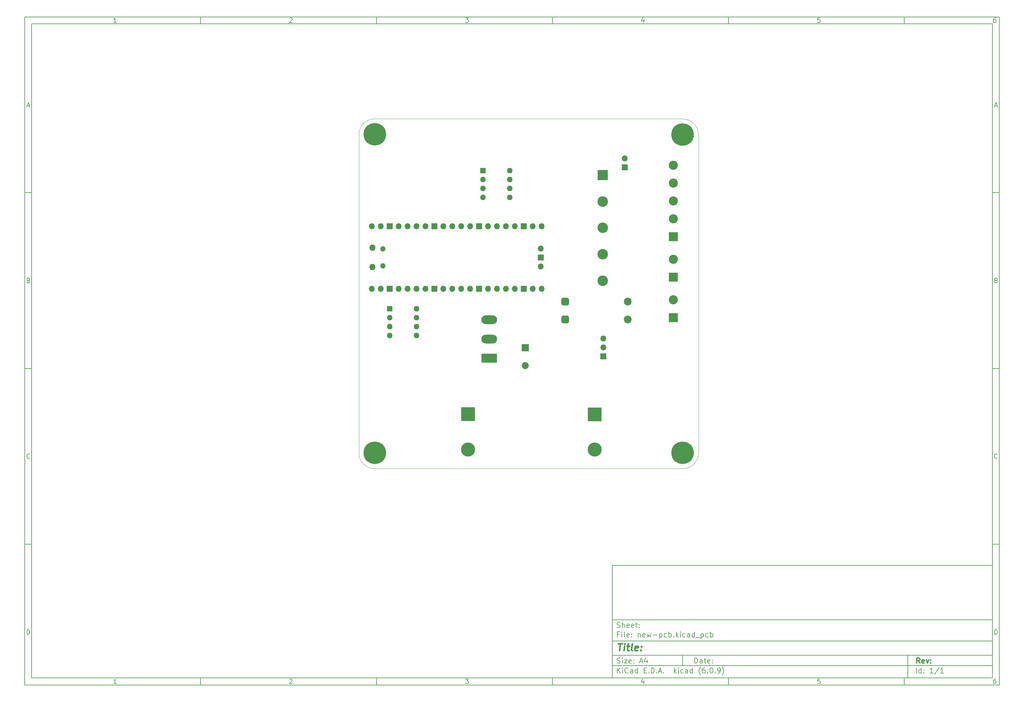
<source format=gbr>
%TF.GenerationSoftware,KiCad,Pcbnew,(6.0.9)*%
%TF.CreationDate,2022-12-24T03:55:53+03:00*%
%TF.ProjectId,new-pcb,6e65772d-7063-4622-9e6b-696361645f70,rev?*%
%TF.SameCoordinates,Original*%
%TF.FileFunction,Soldermask,Bot*%
%TF.FilePolarity,Negative*%
%FSLAX46Y46*%
G04 Gerber Fmt 4.6, Leading zero omitted, Abs format (unit mm)*
G04 Created by KiCad (PCBNEW (6.0.9)) date 2022-12-24 03:55:53*
%MOMM*%
%LPD*%
G01*
G04 APERTURE LIST*
G04 Aperture macros list*
%AMRoundRect*
0 Rectangle with rounded corners*
0 $1 Rounding radius*
0 $2 $3 $4 $5 $6 $7 $8 $9 X,Y pos of 4 corners*
0 Add a 4 corners polygon primitive as box body*
4,1,4,$2,$3,$4,$5,$6,$7,$8,$9,$2,$3,0*
0 Add four circle primitives for the rounded corners*
1,1,$1+$1,$2,$3*
1,1,$1+$1,$4,$5*
1,1,$1+$1,$6,$7*
1,1,$1+$1,$8,$9*
0 Add four rect primitives between the rounded corners*
20,1,$1+$1,$2,$3,$4,$5,0*
20,1,$1+$1,$4,$5,$6,$7,0*
20,1,$1+$1,$6,$7,$8,$9,0*
20,1,$1+$1,$8,$9,$2,$3,0*%
G04 Aperture macros list end*
%ADD10C,0.100000*%
%ADD11C,0.150000*%
%ADD12C,0.300000*%
%ADD13C,0.400000*%
%TA.AperFunction,Profile*%
%ADD14C,0.100000*%
%TD*%
%ADD15R,2.600000X2.600000*%
%ADD16C,2.600000*%
%ADD17O,4.500000X2.500000*%
%ADD18R,4.500000X2.500000*%
%ADD19R,2.000000X2.000000*%
%ADD20O,2.000000X2.000000*%
%ADD21R,1.700000X1.700000*%
%ADD22O,1.700000X1.700000*%
%ADD23C,6.400000*%
%ADD24R,4.000000X4.000000*%
%ADD25C,4.000000*%
%ADD26O,1.800000X1.800000*%
%ADD27O,1.500000X1.500000*%
%ADD28C,2.200000*%
%ADD29RoundRect,0.550000X-0.550000X-0.550000X0.550000X-0.550000X0.550000X0.550000X-0.550000X0.550000X0*%
%ADD30O,1.600000X1.600000*%
%ADD31R,1.600000X1.600000*%
%ADD32C,3.000000*%
%ADD33R,3.000000X3.000000*%
G04 APERTURE END LIST*
D10*
D11*
X177002200Y-166007200D02*
X177002200Y-198007200D01*
X285002200Y-198007200D01*
X285002200Y-166007200D01*
X177002200Y-166007200D01*
D10*
D11*
X10000000Y-10000000D02*
X10000000Y-200007200D01*
X287002200Y-200007200D01*
X287002200Y-10000000D01*
X10000000Y-10000000D01*
D10*
D11*
X12000000Y-12000000D02*
X12000000Y-198007200D01*
X285002200Y-198007200D01*
X285002200Y-12000000D01*
X12000000Y-12000000D01*
D10*
D11*
X60000000Y-12000000D02*
X60000000Y-10000000D01*
D10*
D11*
X110000000Y-12000000D02*
X110000000Y-10000000D01*
D10*
D11*
X160000000Y-12000000D02*
X160000000Y-10000000D01*
D10*
D11*
X210000000Y-12000000D02*
X210000000Y-10000000D01*
D10*
D11*
X260000000Y-12000000D02*
X260000000Y-10000000D01*
D10*
D11*
X36065476Y-11588095D02*
X35322619Y-11588095D01*
X35694047Y-11588095D02*
X35694047Y-10288095D01*
X35570238Y-10473809D01*
X35446428Y-10597619D01*
X35322619Y-10659523D01*
D10*
D11*
X85322619Y-10411904D02*
X85384523Y-10350000D01*
X85508333Y-10288095D01*
X85817857Y-10288095D01*
X85941666Y-10350000D01*
X86003571Y-10411904D01*
X86065476Y-10535714D01*
X86065476Y-10659523D01*
X86003571Y-10845238D01*
X85260714Y-11588095D01*
X86065476Y-11588095D01*
D10*
D11*
X135260714Y-10288095D02*
X136065476Y-10288095D01*
X135632142Y-10783333D01*
X135817857Y-10783333D01*
X135941666Y-10845238D01*
X136003571Y-10907142D01*
X136065476Y-11030952D01*
X136065476Y-11340476D01*
X136003571Y-11464285D01*
X135941666Y-11526190D01*
X135817857Y-11588095D01*
X135446428Y-11588095D01*
X135322619Y-11526190D01*
X135260714Y-11464285D01*
D10*
D11*
X185941666Y-10721428D02*
X185941666Y-11588095D01*
X185632142Y-10226190D02*
X185322619Y-11154761D01*
X186127380Y-11154761D01*
D10*
D11*
X236003571Y-10288095D02*
X235384523Y-10288095D01*
X235322619Y-10907142D01*
X235384523Y-10845238D01*
X235508333Y-10783333D01*
X235817857Y-10783333D01*
X235941666Y-10845238D01*
X236003571Y-10907142D01*
X236065476Y-11030952D01*
X236065476Y-11340476D01*
X236003571Y-11464285D01*
X235941666Y-11526190D01*
X235817857Y-11588095D01*
X235508333Y-11588095D01*
X235384523Y-11526190D01*
X235322619Y-11464285D01*
D10*
D11*
X285941666Y-10288095D02*
X285694047Y-10288095D01*
X285570238Y-10350000D01*
X285508333Y-10411904D01*
X285384523Y-10597619D01*
X285322619Y-10845238D01*
X285322619Y-11340476D01*
X285384523Y-11464285D01*
X285446428Y-11526190D01*
X285570238Y-11588095D01*
X285817857Y-11588095D01*
X285941666Y-11526190D01*
X286003571Y-11464285D01*
X286065476Y-11340476D01*
X286065476Y-11030952D01*
X286003571Y-10907142D01*
X285941666Y-10845238D01*
X285817857Y-10783333D01*
X285570238Y-10783333D01*
X285446428Y-10845238D01*
X285384523Y-10907142D01*
X285322619Y-11030952D01*
D10*
D11*
X60000000Y-198007200D02*
X60000000Y-200007200D01*
D10*
D11*
X110000000Y-198007200D02*
X110000000Y-200007200D01*
D10*
D11*
X160000000Y-198007200D02*
X160000000Y-200007200D01*
D10*
D11*
X210000000Y-198007200D02*
X210000000Y-200007200D01*
D10*
D11*
X260000000Y-198007200D02*
X260000000Y-200007200D01*
D10*
D11*
X36065476Y-199595295D02*
X35322619Y-199595295D01*
X35694047Y-199595295D02*
X35694047Y-198295295D01*
X35570238Y-198481009D01*
X35446428Y-198604819D01*
X35322619Y-198666723D01*
D10*
D11*
X85322619Y-198419104D02*
X85384523Y-198357200D01*
X85508333Y-198295295D01*
X85817857Y-198295295D01*
X85941666Y-198357200D01*
X86003571Y-198419104D01*
X86065476Y-198542914D01*
X86065476Y-198666723D01*
X86003571Y-198852438D01*
X85260714Y-199595295D01*
X86065476Y-199595295D01*
D10*
D11*
X135260714Y-198295295D02*
X136065476Y-198295295D01*
X135632142Y-198790533D01*
X135817857Y-198790533D01*
X135941666Y-198852438D01*
X136003571Y-198914342D01*
X136065476Y-199038152D01*
X136065476Y-199347676D01*
X136003571Y-199471485D01*
X135941666Y-199533390D01*
X135817857Y-199595295D01*
X135446428Y-199595295D01*
X135322619Y-199533390D01*
X135260714Y-199471485D01*
D10*
D11*
X185941666Y-198728628D02*
X185941666Y-199595295D01*
X185632142Y-198233390D02*
X185322619Y-199161961D01*
X186127380Y-199161961D01*
D10*
D11*
X236003571Y-198295295D02*
X235384523Y-198295295D01*
X235322619Y-198914342D01*
X235384523Y-198852438D01*
X235508333Y-198790533D01*
X235817857Y-198790533D01*
X235941666Y-198852438D01*
X236003571Y-198914342D01*
X236065476Y-199038152D01*
X236065476Y-199347676D01*
X236003571Y-199471485D01*
X235941666Y-199533390D01*
X235817857Y-199595295D01*
X235508333Y-199595295D01*
X235384523Y-199533390D01*
X235322619Y-199471485D01*
D10*
D11*
X285941666Y-198295295D02*
X285694047Y-198295295D01*
X285570238Y-198357200D01*
X285508333Y-198419104D01*
X285384523Y-198604819D01*
X285322619Y-198852438D01*
X285322619Y-199347676D01*
X285384523Y-199471485D01*
X285446428Y-199533390D01*
X285570238Y-199595295D01*
X285817857Y-199595295D01*
X285941666Y-199533390D01*
X286003571Y-199471485D01*
X286065476Y-199347676D01*
X286065476Y-199038152D01*
X286003571Y-198914342D01*
X285941666Y-198852438D01*
X285817857Y-198790533D01*
X285570238Y-198790533D01*
X285446428Y-198852438D01*
X285384523Y-198914342D01*
X285322619Y-199038152D01*
D10*
D11*
X10000000Y-60000000D02*
X12000000Y-60000000D01*
D10*
D11*
X10000000Y-110000000D02*
X12000000Y-110000000D01*
D10*
D11*
X10000000Y-160000000D02*
X12000000Y-160000000D01*
D10*
D11*
X10690476Y-35216666D02*
X11309523Y-35216666D01*
X10566666Y-35588095D02*
X11000000Y-34288095D01*
X11433333Y-35588095D01*
D10*
D11*
X11092857Y-84907142D02*
X11278571Y-84969047D01*
X11340476Y-85030952D01*
X11402380Y-85154761D01*
X11402380Y-85340476D01*
X11340476Y-85464285D01*
X11278571Y-85526190D01*
X11154761Y-85588095D01*
X10659523Y-85588095D01*
X10659523Y-84288095D01*
X11092857Y-84288095D01*
X11216666Y-84350000D01*
X11278571Y-84411904D01*
X11340476Y-84535714D01*
X11340476Y-84659523D01*
X11278571Y-84783333D01*
X11216666Y-84845238D01*
X11092857Y-84907142D01*
X10659523Y-84907142D01*
D10*
D11*
X11402380Y-135464285D02*
X11340476Y-135526190D01*
X11154761Y-135588095D01*
X11030952Y-135588095D01*
X10845238Y-135526190D01*
X10721428Y-135402380D01*
X10659523Y-135278571D01*
X10597619Y-135030952D01*
X10597619Y-134845238D01*
X10659523Y-134597619D01*
X10721428Y-134473809D01*
X10845238Y-134350000D01*
X11030952Y-134288095D01*
X11154761Y-134288095D01*
X11340476Y-134350000D01*
X11402380Y-134411904D01*
D10*
D11*
X10659523Y-185588095D02*
X10659523Y-184288095D01*
X10969047Y-184288095D01*
X11154761Y-184350000D01*
X11278571Y-184473809D01*
X11340476Y-184597619D01*
X11402380Y-184845238D01*
X11402380Y-185030952D01*
X11340476Y-185278571D01*
X11278571Y-185402380D01*
X11154761Y-185526190D01*
X10969047Y-185588095D01*
X10659523Y-185588095D01*
D10*
D11*
X287002200Y-60000000D02*
X285002200Y-60000000D01*
D10*
D11*
X287002200Y-110000000D02*
X285002200Y-110000000D01*
D10*
D11*
X287002200Y-160000000D02*
X285002200Y-160000000D01*
D10*
D11*
X285692676Y-35216666D02*
X286311723Y-35216666D01*
X285568866Y-35588095D02*
X286002200Y-34288095D01*
X286435533Y-35588095D01*
D10*
D11*
X286095057Y-84907142D02*
X286280771Y-84969047D01*
X286342676Y-85030952D01*
X286404580Y-85154761D01*
X286404580Y-85340476D01*
X286342676Y-85464285D01*
X286280771Y-85526190D01*
X286156961Y-85588095D01*
X285661723Y-85588095D01*
X285661723Y-84288095D01*
X286095057Y-84288095D01*
X286218866Y-84350000D01*
X286280771Y-84411904D01*
X286342676Y-84535714D01*
X286342676Y-84659523D01*
X286280771Y-84783333D01*
X286218866Y-84845238D01*
X286095057Y-84907142D01*
X285661723Y-84907142D01*
D10*
D11*
X286404580Y-135464285D02*
X286342676Y-135526190D01*
X286156961Y-135588095D01*
X286033152Y-135588095D01*
X285847438Y-135526190D01*
X285723628Y-135402380D01*
X285661723Y-135278571D01*
X285599819Y-135030952D01*
X285599819Y-134845238D01*
X285661723Y-134597619D01*
X285723628Y-134473809D01*
X285847438Y-134350000D01*
X286033152Y-134288095D01*
X286156961Y-134288095D01*
X286342676Y-134350000D01*
X286404580Y-134411904D01*
D10*
D11*
X285661723Y-185588095D02*
X285661723Y-184288095D01*
X285971247Y-184288095D01*
X286156961Y-184350000D01*
X286280771Y-184473809D01*
X286342676Y-184597619D01*
X286404580Y-184845238D01*
X286404580Y-185030952D01*
X286342676Y-185278571D01*
X286280771Y-185402380D01*
X286156961Y-185526190D01*
X285971247Y-185588095D01*
X285661723Y-185588095D01*
D10*
D11*
X200434342Y-193785771D02*
X200434342Y-192285771D01*
X200791485Y-192285771D01*
X201005771Y-192357200D01*
X201148628Y-192500057D01*
X201220057Y-192642914D01*
X201291485Y-192928628D01*
X201291485Y-193142914D01*
X201220057Y-193428628D01*
X201148628Y-193571485D01*
X201005771Y-193714342D01*
X200791485Y-193785771D01*
X200434342Y-193785771D01*
X202577200Y-193785771D02*
X202577200Y-193000057D01*
X202505771Y-192857200D01*
X202362914Y-192785771D01*
X202077200Y-192785771D01*
X201934342Y-192857200D01*
X202577200Y-193714342D02*
X202434342Y-193785771D01*
X202077200Y-193785771D01*
X201934342Y-193714342D01*
X201862914Y-193571485D01*
X201862914Y-193428628D01*
X201934342Y-193285771D01*
X202077200Y-193214342D01*
X202434342Y-193214342D01*
X202577200Y-193142914D01*
X203077200Y-192785771D02*
X203648628Y-192785771D01*
X203291485Y-192285771D02*
X203291485Y-193571485D01*
X203362914Y-193714342D01*
X203505771Y-193785771D01*
X203648628Y-193785771D01*
X204720057Y-193714342D02*
X204577200Y-193785771D01*
X204291485Y-193785771D01*
X204148628Y-193714342D01*
X204077200Y-193571485D01*
X204077200Y-193000057D01*
X204148628Y-192857200D01*
X204291485Y-192785771D01*
X204577200Y-192785771D01*
X204720057Y-192857200D01*
X204791485Y-193000057D01*
X204791485Y-193142914D01*
X204077200Y-193285771D01*
X205434342Y-193642914D02*
X205505771Y-193714342D01*
X205434342Y-193785771D01*
X205362914Y-193714342D01*
X205434342Y-193642914D01*
X205434342Y-193785771D01*
X205434342Y-192857200D02*
X205505771Y-192928628D01*
X205434342Y-193000057D01*
X205362914Y-192928628D01*
X205434342Y-192857200D01*
X205434342Y-193000057D01*
D10*
D11*
X177002200Y-194507200D02*
X285002200Y-194507200D01*
D10*
D11*
X178434342Y-196585771D02*
X178434342Y-195085771D01*
X179291485Y-196585771D02*
X178648628Y-195728628D01*
X179291485Y-195085771D02*
X178434342Y-195942914D01*
X179934342Y-196585771D02*
X179934342Y-195585771D01*
X179934342Y-195085771D02*
X179862914Y-195157200D01*
X179934342Y-195228628D01*
X180005771Y-195157200D01*
X179934342Y-195085771D01*
X179934342Y-195228628D01*
X181505771Y-196442914D02*
X181434342Y-196514342D01*
X181220057Y-196585771D01*
X181077200Y-196585771D01*
X180862914Y-196514342D01*
X180720057Y-196371485D01*
X180648628Y-196228628D01*
X180577200Y-195942914D01*
X180577200Y-195728628D01*
X180648628Y-195442914D01*
X180720057Y-195300057D01*
X180862914Y-195157200D01*
X181077200Y-195085771D01*
X181220057Y-195085771D01*
X181434342Y-195157200D01*
X181505771Y-195228628D01*
X182791485Y-196585771D02*
X182791485Y-195800057D01*
X182720057Y-195657200D01*
X182577200Y-195585771D01*
X182291485Y-195585771D01*
X182148628Y-195657200D01*
X182791485Y-196514342D02*
X182648628Y-196585771D01*
X182291485Y-196585771D01*
X182148628Y-196514342D01*
X182077200Y-196371485D01*
X182077200Y-196228628D01*
X182148628Y-196085771D01*
X182291485Y-196014342D01*
X182648628Y-196014342D01*
X182791485Y-195942914D01*
X184148628Y-196585771D02*
X184148628Y-195085771D01*
X184148628Y-196514342D02*
X184005771Y-196585771D01*
X183720057Y-196585771D01*
X183577200Y-196514342D01*
X183505771Y-196442914D01*
X183434342Y-196300057D01*
X183434342Y-195871485D01*
X183505771Y-195728628D01*
X183577200Y-195657200D01*
X183720057Y-195585771D01*
X184005771Y-195585771D01*
X184148628Y-195657200D01*
X186005771Y-195800057D02*
X186505771Y-195800057D01*
X186720057Y-196585771D02*
X186005771Y-196585771D01*
X186005771Y-195085771D01*
X186720057Y-195085771D01*
X187362914Y-196442914D02*
X187434342Y-196514342D01*
X187362914Y-196585771D01*
X187291485Y-196514342D01*
X187362914Y-196442914D01*
X187362914Y-196585771D01*
X188077200Y-196585771D02*
X188077200Y-195085771D01*
X188434342Y-195085771D01*
X188648628Y-195157200D01*
X188791485Y-195300057D01*
X188862914Y-195442914D01*
X188934342Y-195728628D01*
X188934342Y-195942914D01*
X188862914Y-196228628D01*
X188791485Y-196371485D01*
X188648628Y-196514342D01*
X188434342Y-196585771D01*
X188077200Y-196585771D01*
X189577200Y-196442914D02*
X189648628Y-196514342D01*
X189577200Y-196585771D01*
X189505771Y-196514342D01*
X189577200Y-196442914D01*
X189577200Y-196585771D01*
X190220057Y-196157200D02*
X190934342Y-196157200D01*
X190077200Y-196585771D02*
X190577200Y-195085771D01*
X191077200Y-196585771D01*
X191577200Y-196442914D02*
X191648628Y-196514342D01*
X191577200Y-196585771D01*
X191505771Y-196514342D01*
X191577200Y-196442914D01*
X191577200Y-196585771D01*
X194577200Y-196585771D02*
X194577200Y-195085771D01*
X194720057Y-196014342D02*
X195148628Y-196585771D01*
X195148628Y-195585771D02*
X194577200Y-196157200D01*
X195791485Y-196585771D02*
X195791485Y-195585771D01*
X195791485Y-195085771D02*
X195720057Y-195157200D01*
X195791485Y-195228628D01*
X195862914Y-195157200D01*
X195791485Y-195085771D01*
X195791485Y-195228628D01*
X197148628Y-196514342D02*
X197005771Y-196585771D01*
X196720057Y-196585771D01*
X196577200Y-196514342D01*
X196505771Y-196442914D01*
X196434342Y-196300057D01*
X196434342Y-195871485D01*
X196505771Y-195728628D01*
X196577200Y-195657200D01*
X196720057Y-195585771D01*
X197005771Y-195585771D01*
X197148628Y-195657200D01*
X198434342Y-196585771D02*
X198434342Y-195800057D01*
X198362914Y-195657200D01*
X198220057Y-195585771D01*
X197934342Y-195585771D01*
X197791485Y-195657200D01*
X198434342Y-196514342D02*
X198291485Y-196585771D01*
X197934342Y-196585771D01*
X197791485Y-196514342D01*
X197720057Y-196371485D01*
X197720057Y-196228628D01*
X197791485Y-196085771D01*
X197934342Y-196014342D01*
X198291485Y-196014342D01*
X198434342Y-195942914D01*
X199791485Y-196585771D02*
X199791485Y-195085771D01*
X199791485Y-196514342D02*
X199648628Y-196585771D01*
X199362914Y-196585771D01*
X199220057Y-196514342D01*
X199148628Y-196442914D01*
X199077200Y-196300057D01*
X199077200Y-195871485D01*
X199148628Y-195728628D01*
X199220057Y-195657200D01*
X199362914Y-195585771D01*
X199648628Y-195585771D01*
X199791485Y-195657200D01*
X202077200Y-197157200D02*
X202005771Y-197085771D01*
X201862914Y-196871485D01*
X201791485Y-196728628D01*
X201720057Y-196514342D01*
X201648628Y-196157200D01*
X201648628Y-195871485D01*
X201720057Y-195514342D01*
X201791485Y-195300057D01*
X201862914Y-195157200D01*
X202005771Y-194942914D01*
X202077200Y-194871485D01*
X203291485Y-195085771D02*
X203005771Y-195085771D01*
X202862914Y-195157200D01*
X202791485Y-195228628D01*
X202648628Y-195442914D01*
X202577200Y-195728628D01*
X202577200Y-196300057D01*
X202648628Y-196442914D01*
X202720057Y-196514342D01*
X202862914Y-196585771D01*
X203148628Y-196585771D01*
X203291485Y-196514342D01*
X203362914Y-196442914D01*
X203434342Y-196300057D01*
X203434342Y-195942914D01*
X203362914Y-195800057D01*
X203291485Y-195728628D01*
X203148628Y-195657200D01*
X202862914Y-195657200D01*
X202720057Y-195728628D01*
X202648628Y-195800057D01*
X202577200Y-195942914D01*
X204077200Y-196442914D02*
X204148628Y-196514342D01*
X204077200Y-196585771D01*
X204005771Y-196514342D01*
X204077200Y-196442914D01*
X204077200Y-196585771D01*
X205077200Y-195085771D02*
X205220057Y-195085771D01*
X205362914Y-195157200D01*
X205434342Y-195228628D01*
X205505771Y-195371485D01*
X205577200Y-195657200D01*
X205577200Y-196014342D01*
X205505771Y-196300057D01*
X205434342Y-196442914D01*
X205362914Y-196514342D01*
X205220057Y-196585771D01*
X205077200Y-196585771D01*
X204934342Y-196514342D01*
X204862914Y-196442914D01*
X204791485Y-196300057D01*
X204720057Y-196014342D01*
X204720057Y-195657200D01*
X204791485Y-195371485D01*
X204862914Y-195228628D01*
X204934342Y-195157200D01*
X205077200Y-195085771D01*
X206220057Y-196442914D02*
X206291485Y-196514342D01*
X206220057Y-196585771D01*
X206148628Y-196514342D01*
X206220057Y-196442914D01*
X206220057Y-196585771D01*
X207005771Y-196585771D02*
X207291485Y-196585771D01*
X207434342Y-196514342D01*
X207505771Y-196442914D01*
X207648628Y-196228628D01*
X207720057Y-195942914D01*
X207720057Y-195371485D01*
X207648628Y-195228628D01*
X207577200Y-195157200D01*
X207434342Y-195085771D01*
X207148628Y-195085771D01*
X207005771Y-195157200D01*
X206934342Y-195228628D01*
X206862914Y-195371485D01*
X206862914Y-195728628D01*
X206934342Y-195871485D01*
X207005771Y-195942914D01*
X207148628Y-196014342D01*
X207434342Y-196014342D01*
X207577200Y-195942914D01*
X207648628Y-195871485D01*
X207720057Y-195728628D01*
X208220057Y-197157200D02*
X208291485Y-197085771D01*
X208434342Y-196871485D01*
X208505771Y-196728628D01*
X208577200Y-196514342D01*
X208648628Y-196157200D01*
X208648628Y-195871485D01*
X208577200Y-195514342D01*
X208505771Y-195300057D01*
X208434342Y-195157200D01*
X208291485Y-194942914D01*
X208220057Y-194871485D01*
D10*
D11*
X177002200Y-191507200D02*
X285002200Y-191507200D01*
D10*
D12*
X264411485Y-193785771D02*
X263911485Y-193071485D01*
X263554342Y-193785771D02*
X263554342Y-192285771D01*
X264125771Y-192285771D01*
X264268628Y-192357200D01*
X264340057Y-192428628D01*
X264411485Y-192571485D01*
X264411485Y-192785771D01*
X264340057Y-192928628D01*
X264268628Y-193000057D01*
X264125771Y-193071485D01*
X263554342Y-193071485D01*
X265625771Y-193714342D02*
X265482914Y-193785771D01*
X265197200Y-193785771D01*
X265054342Y-193714342D01*
X264982914Y-193571485D01*
X264982914Y-193000057D01*
X265054342Y-192857200D01*
X265197200Y-192785771D01*
X265482914Y-192785771D01*
X265625771Y-192857200D01*
X265697200Y-193000057D01*
X265697200Y-193142914D01*
X264982914Y-193285771D01*
X266197200Y-192785771D02*
X266554342Y-193785771D01*
X266911485Y-192785771D01*
X267482914Y-193642914D02*
X267554342Y-193714342D01*
X267482914Y-193785771D01*
X267411485Y-193714342D01*
X267482914Y-193642914D01*
X267482914Y-193785771D01*
X267482914Y-192857200D02*
X267554342Y-192928628D01*
X267482914Y-193000057D01*
X267411485Y-192928628D01*
X267482914Y-192857200D01*
X267482914Y-193000057D01*
D10*
D11*
X178362914Y-193714342D02*
X178577200Y-193785771D01*
X178934342Y-193785771D01*
X179077200Y-193714342D01*
X179148628Y-193642914D01*
X179220057Y-193500057D01*
X179220057Y-193357200D01*
X179148628Y-193214342D01*
X179077200Y-193142914D01*
X178934342Y-193071485D01*
X178648628Y-193000057D01*
X178505771Y-192928628D01*
X178434342Y-192857200D01*
X178362914Y-192714342D01*
X178362914Y-192571485D01*
X178434342Y-192428628D01*
X178505771Y-192357200D01*
X178648628Y-192285771D01*
X179005771Y-192285771D01*
X179220057Y-192357200D01*
X179862914Y-193785771D02*
X179862914Y-192785771D01*
X179862914Y-192285771D02*
X179791485Y-192357200D01*
X179862914Y-192428628D01*
X179934342Y-192357200D01*
X179862914Y-192285771D01*
X179862914Y-192428628D01*
X180434342Y-192785771D02*
X181220057Y-192785771D01*
X180434342Y-193785771D01*
X181220057Y-193785771D01*
X182362914Y-193714342D02*
X182220057Y-193785771D01*
X181934342Y-193785771D01*
X181791485Y-193714342D01*
X181720057Y-193571485D01*
X181720057Y-193000057D01*
X181791485Y-192857200D01*
X181934342Y-192785771D01*
X182220057Y-192785771D01*
X182362914Y-192857200D01*
X182434342Y-193000057D01*
X182434342Y-193142914D01*
X181720057Y-193285771D01*
X183077200Y-193642914D02*
X183148628Y-193714342D01*
X183077200Y-193785771D01*
X183005771Y-193714342D01*
X183077200Y-193642914D01*
X183077200Y-193785771D01*
X183077200Y-192857200D02*
X183148628Y-192928628D01*
X183077200Y-193000057D01*
X183005771Y-192928628D01*
X183077200Y-192857200D01*
X183077200Y-193000057D01*
X184862914Y-193357200D02*
X185577200Y-193357200D01*
X184720057Y-193785771D02*
X185220057Y-192285771D01*
X185720057Y-193785771D01*
X186862914Y-192785771D02*
X186862914Y-193785771D01*
X186505771Y-192214342D02*
X186148628Y-193285771D01*
X187077200Y-193285771D01*
D10*
D11*
X263434342Y-196585771D02*
X263434342Y-195085771D01*
X264791485Y-196585771D02*
X264791485Y-195085771D01*
X264791485Y-196514342D02*
X264648628Y-196585771D01*
X264362914Y-196585771D01*
X264220057Y-196514342D01*
X264148628Y-196442914D01*
X264077200Y-196300057D01*
X264077200Y-195871485D01*
X264148628Y-195728628D01*
X264220057Y-195657200D01*
X264362914Y-195585771D01*
X264648628Y-195585771D01*
X264791485Y-195657200D01*
X265505771Y-196442914D02*
X265577200Y-196514342D01*
X265505771Y-196585771D01*
X265434342Y-196514342D01*
X265505771Y-196442914D01*
X265505771Y-196585771D01*
X265505771Y-195657200D02*
X265577200Y-195728628D01*
X265505771Y-195800057D01*
X265434342Y-195728628D01*
X265505771Y-195657200D01*
X265505771Y-195800057D01*
X268148628Y-196585771D02*
X267291485Y-196585771D01*
X267720057Y-196585771D02*
X267720057Y-195085771D01*
X267577200Y-195300057D01*
X267434342Y-195442914D01*
X267291485Y-195514342D01*
X269862914Y-195014342D02*
X268577200Y-196942914D01*
X271148628Y-196585771D02*
X270291485Y-196585771D01*
X270720057Y-196585771D02*
X270720057Y-195085771D01*
X270577200Y-195300057D01*
X270434342Y-195442914D01*
X270291485Y-195514342D01*
D10*
D11*
X177002200Y-187507200D02*
X285002200Y-187507200D01*
D10*
D13*
X178714580Y-188211961D02*
X179857438Y-188211961D01*
X179036009Y-190211961D02*
X179286009Y-188211961D01*
X180274104Y-190211961D02*
X180440771Y-188878628D01*
X180524104Y-188211961D02*
X180416961Y-188307200D01*
X180500295Y-188402438D01*
X180607438Y-188307200D01*
X180524104Y-188211961D01*
X180500295Y-188402438D01*
X181107438Y-188878628D02*
X181869342Y-188878628D01*
X181476485Y-188211961D02*
X181262200Y-189926247D01*
X181333628Y-190116723D01*
X181512200Y-190211961D01*
X181702676Y-190211961D01*
X182655057Y-190211961D02*
X182476485Y-190116723D01*
X182405057Y-189926247D01*
X182619342Y-188211961D01*
X184190771Y-190116723D02*
X183988390Y-190211961D01*
X183607438Y-190211961D01*
X183428866Y-190116723D01*
X183357438Y-189926247D01*
X183452676Y-189164342D01*
X183571723Y-188973866D01*
X183774104Y-188878628D01*
X184155057Y-188878628D01*
X184333628Y-188973866D01*
X184405057Y-189164342D01*
X184381247Y-189354819D01*
X183405057Y-189545295D01*
X185155057Y-190021485D02*
X185238390Y-190116723D01*
X185131247Y-190211961D01*
X185047914Y-190116723D01*
X185155057Y-190021485D01*
X185131247Y-190211961D01*
X185286009Y-188973866D02*
X185369342Y-189069104D01*
X185262200Y-189164342D01*
X185178866Y-189069104D01*
X185286009Y-188973866D01*
X185262200Y-189164342D01*
D10*
D11*
X178934342Y-185600057D02*
X178434342Y-185600057D01*
X178434342Y-186385771D02*
X178434342Y-184885771D01*
X179148628Y-184885771D01*
X179720057Y-186385771D02*
X179720057Y-185385771D01*
X179720057Y-184885771D02*
X179648628Y-184957200D01*
X179720057Y-185028628D01*
X179791485Y-184957200D01*
X179720057Y-184885771D01*
X179720057Y-185028628D01*
X180648628Y-186385771D02*
X180505771Y-186314342D01*
X180434342Y-186171485D01*
X180434342Y-184885771D01*
X181791485Y-186314342D02*
X181648628Y-186385771D01*
X181362914Y-186385771D01*
X181220057Y-186314342D01*
X181148628Y-186171485D01*
X181148628Y-185600057D01*
X181220057Y-185457200D01*
X181362914Y-185385771D01*
X181648628Y-185385771D01*
X181791485Y-185457200D01*
X181862914Y-185600057D01*
X181862914Y-185742914D01*
X181148628Y-185885771D01*
X182505771Y-186242914D02*
X182577200Y-186314342D01*
X182505771Y-186385771D01*
X182434342Y-186314342D01*
X182505771Y-186242914D01*
X182505771Y-186385771D01*
X182505771Y-185457200D02*
X182577200Y-185528628D01*
X182505771Y-185600057D01*
X182434342Y-185528628D01*
X182505771Y-185457200D01*
X182505771Y-185600057D01*
X184362914Y-185385771D02*
X184362914Y-186385771D01*
X184362914Y-185528628D02*
X184434342Y-185457200D01*
X184577200Y-185385771D01*
X184791485Y-185385771D01*
X184934342Y-185457200D01*
X185005771Y-185600057D01*
X185005771Y-186385771D01*
X186291485Y-186314342D02*
X186148628Y-186385771D01*
X185862914Y-186385771D01*
X185720057Y-186314342D01*
X185648628Y-186171485D01*
X185648628Y-185600057D01*
X185720057Y-185457200D01*
X185862914Y-185385771D01*
X186148628Y-185385771D01*
X186291485Y-185457200D01*
X186362914Y-185600057D01*
X186362914Y-185742914D01*
X185648628Y-185885771D01*
X186862914Y-185385771D02*
X187148628Y-186385771D01*
X187434342Y-185671485D01*
X187720057Y-186385771D01*
X188005771Y-185385771D01*
X188577200Y-185814342D02*
X189720057Y-185814342D01*
X190434342Y-185385771D02*
X190434342Y-186885771D01*
X190434342Y-185457200D02*
X190577200Y-185385771D01*
X190862914Y-185385771D01*
X191005771Y-185457200D01*
X191077200Y-185528628D01*
X191148628Y-185671485D01*
X191148628Y-186100057D01*
X191077200Y-186242914D01*
X191005771Y-186314342D01*
X190862914Y-186385771D01*
X190577200Y-186385771D01*
X190434342Y-186314342D01*
X192434342Y-186314342D02*
X192291485Y-186385771D01*
X192005771Y-186385771D01*
X191862914Y-186314342D01*
X191791485Y-186242914D01*
X191720057Y-186100057D01*
X191720057Y-185671485D01*
X191791485Y-185528628D01*
X191862914Y-185457200D01*
X192005771Y-185385771D01*
X192291485Y-185385771D01*
X192434342Y-185457200D01*
X193077200Y-186385771D02*
X193077200Y-184885771D01*
X193077200Y-185457200D02*
X193220057Y-185385771D01*
X193505771Y-185385771D01*
X193648628Y-185457200D01*
X193720057Y-185528628D01*
X193791485Y-185671485D01*
X193791485Y-186100057D01*
X193720057Y-186242914D01*
X193648628Y-186314342D01*
X193505771Y-186385771D01*
X193220057Y-186385771D01*
X193077200Y-186314342D01*
X194434342Y-186242914D02*
X194505771Y-186314342D01*
X194434342Y-186385771D01*
X194362914Y-186314342D01*
X194434342Y-186242914D01*
X194434342Y-186385771D01*
X195148628Y-186385771D02*
X195148628Y-184885771D01*
X195291485Y-185814342D02*
X195720057Y-186385771D01*
X195720057Y-185385771D02*
X195148628Y-185957200D01*
X196362914Y-186385771D02*
X196362914Y-185385771D01*
X196362914Y-184885771D02*
X196291485Y-184957200D01*
X196362914Y-185028628D01*
X196434342Y-184957200D01*
X196362914Y-184885771D01*
X196362914Y-185028628D01*
X197720057Y-186314342D02*
X197577200Y-186385771D01*
X197291485Y-186385771D01*
X197148628Y-186314342D01*
X197077200Y-186242914D01*
X197005771Y-186100057D01*
X197005771Y-185671485D01*
X197077200Y-185528628D01*
X197148628Y-185457200D01*
X197291485Y-185385771D01*
X197577200Y-185385771D01*
X197720057Y-185457200D01*
X199005771Y-186385771D02*
X199005771Y-185600057D01*
X198934342Y-185457200D01*
X198791485Y-185385771D01*
X198505771Y-185385771D01*
X198362914Y-185457200D01*
X199005771Y-186314342D02*
X198862914Y-186385771D01*
X198505771Y-186385771D01*
X198362914Y-186314342D01*
X198291485Y-186171485D01*
X198291485Y-186028628D01*
X198362914Y-185885771D01*
X198505771Y-185814342D01*
X198862914Y-185814342D01*
X199005771Y-185742914D01*
X200362914Y-186385771D02*
X200362914Y-184885771D01*
X200362914Y-186314342D02*
X200220057Y-186385771D01*
X199934342Y-186385771D01*
X199791485Y-186314342D01*
X199720057Y-186242914D01*
X199648628Y-186100057D01*
X199648628Y-185671485D01*
X199720057Y-185528628D01*
X199791485Y-185457200D01*
X199934342Y-185385771D01*
X200220057Y-185385771D01*
X200362914Y-185457200D01*
X200720057Y-186528628D02*
X201862914Y-186528628D01*
X202220057Y-185385771D02*
X202220057Y-186885771D01*
X202220057Y-185457200D02*
X202362914Y-185385771D01*
X202648628Y-185385771D01*
X202791485Y-185457200D01*
X202862914Y-185528628D01*
X202934342Y-185671485D01*
X202934342Y-186100057D01*
X202862914Y-186242914D01*
X202791485Y-186314342D01*
X202648628Y-186385771D01*
X202362914Y-186385771D01*
X202220057Y-186314342D01*
X204220057Y-186314342D02*
X204077200Y-186385771D01*
X203791485Y-186385771D01*
X203648628Y-186314342D01*
X203577200Y-186242914D01*
X203505771Y-186100057D01*
X203505771Y-185671485D01*
X203577200Y-185528628D01*
X203648628Y-185457200D01*
X203791485Y-185385771D01*
X204077200Y-185385771D01*
X204220057Y-185457200D01*
X204862914Y-186385771D02*
X204862914Y-184885771D01*
X204862914Y-185457200D02*
X205005771Y-185385771D01*
X205291485Y-185385771D01*
X205434342Y-185457200D01*
X205505771Y-185528628D01*
X205577200Y-185671485D01*
X205577200Y-186100057D01*
X205505771Y-186242914D01*
X205434342Y-186314342D01*
X205291485Y-186385771D01*
X205005771Y-186385771D01*
X204862914Y-186314342D01*
D10*
D11*
X177002200Y-181507200D02*
X285002200Y-181507200D01*
D10*
D11*
X178362914Y-183614342D02*
X178577200Y-183685771D01*
X178934342Y-183685771D01*
X179077200Y-183614342D01*
X179148628Y-183542914D01*
X179220057Y-183400057D01*
X179220057Y-183257200D01*
X179148628Y-183114342D01*
X179077200Y-183042914D01*
X178934342Y-182971485D01*
X178648628Y-182900057D01*
X178505771Y-182828628D01*
X178434342Y-182757200D01*
X178362914Y-182614342D01*
X178362914Y-182471485D01*
X178434342Y-182328628D01*
X178505771Y-182257200D01*
X178648628Y-182185771D01*
X179005771Y-182185771D01*
X179220057Y-182257200D01*
X179862914Y-183685771D02*
X179862914Y-182185771D01*
X180505771Y-183685771D02*
X180505771Y-182900057D01*
X180434342Y-182757200D01*
X180291485Y-182685771D01*
X180077200Y-182685771D01*
X179934342Y-182757200D01*
X179862914Y-182828628D01*
X181791485Y-183614342D02*
X181648628Y-183685771D01*
X181362914Y-183685771D01*
X181220057Y-183614342D01*
X181148628Y-183471485D01*
X181148628Y-182900057D01*
X181220057Y-182757200D01*
X181362914Y-182685771D01*
X181648628Y-182685771D01*
X181791485Y-182757200D01*
X181862914Y-182900057D01*
X181862914Y-183042914D01*
X181148628Y-183185771D01*
X183077200Y-183614342D02*
X182934342Y-183685771D01*
X182648628Y-183685771D01*
X182505771Y-183614342D01*
X182434342Y-183471485D01*
X182434342Y-182900057D01*
X182505771Y-182757200D01*
X182648628Y-182685771D01*
X182934342Y-182685771D01*
X183077200Y-182757200D01*
X183148628Y-182900057D01*
X183148628Y-183042914D01*
X182434342Y-183185771D01*
X183577200Y-182685771D02*
X184148628Y-182685771D01*
X183791485Y-182185771D02*
X183791485Y-183471485D01*
X183862914Y-183614342D01*
X184005771Y-183685771D01*
X184148628Y-183685771D01*
X184648628Y-183542914D02*
X184720057Y-183614342D01*
X184648628Y-183685771D01*
X184577200Y-183614342D01*
X184648628Y-183542914D01*
X184648628Y-183685771D01*
X184648628Y-182757200D02*
X184720057Y-182828628D01*
X184648628Y-182900057D01*
X184577200Y-182828628D01*
X184648628Y-182757200D01*
X184648628Y-182900057D01*
D10*
D12*
D10*
D11*
D10*
D11*
D10*
D11*
D10*
D11*
D10*
D11*
X197002200Y-191507200D02*
X197002200Y-194507200D01*
D10*
D11*
X261002200Y-191507200D02*
X261002200Y-198007200D01*
D14*
X201500000Y-43500000D02*
G75*
G03*
X197000000Y-39000000I-4500000J0D01*
G01*
X109500000Y-39000000D02*
G75*
G03*
X105000000Y-43500000I0J-4500000D01*
G01*
X105000000Y-134000000D02*
G75*
G03*
X109500000Y-138500000I4500000J0D01*
G01*
X197000000Y-138500000D02*
G75*
G03*
X201500000Y-134000000I0J4500000D01*
G01*
X109500000Y-138500000D02*
X197000000Y-138500000D01*
X105000000Y-43500000D02*
X105000000Y-134000000D01*
X197000000Y-39000000D02*
X109500000Y-39000000D01*
X201500000Y-134000000D02*
X201500000Y-43500000D01*
D15*
%TO.C,J2*%
X194300000Y-84000000D03*
D16*
X194300000Y-78920000D03*
%TD*%
D15*
%TO.C,J5*%
X194300000Y-95545000D03*
D16*
X194300000Y-90465000D03*
%TD*%
D17*
%TO.C,Q1*%
X142020000Y-96150000D03*
X142020000Y-101600000D03*
D18*
X142020000Y-107050000D03*
%TD*%
D19*
%TO.C,D2*%
X152255000Y-104060000D03*
D20*
X152255000Y-109140000D03*
%TD*%
D21*
%TO.C,J4*%
X174425000Y-106570000D03*
D22*
X174425000Y-104030000D03*
X174425000Y-101490000D03*
%TD*%
D15*
%TO.C,J1*%
X194300000Y-72500000D03*
D16*
X194300000Y-67420000D03*
X194300000Y-62340000D03*
X194300000Y-57260000D03*
X194300000Y-52180000D03*
%TD*%
D23*
%TO.C,H3*%
X197000000Y-134000000D03*
%TD*%
D24*
%TO.C,C6*%
X172000000Y-123069501D03*
D25*
X172000000Y-133069501D03*
%TD*%
D23*
%TO.C,H2*%
X197000000Y-43500000D03*
%TD*%
D22*
%TO.C,U1*%
X156700000Y-75860000D03*
D21*
X156700000Y-78400000D03*
D22*
X156700000Y-80940000D03*
X108670000Y-69510000D03*
X111210000Y-69510000D03*
D21*
X113750000Y-69510000D03*
D22*
X116290000Y-69510000D03*
X118830000Y-69510000D03*
X121370000Y-69510000D03*
X123910000Y-69510000D03*
D21*
X126450000Y-69510000D03*
D22*
X128990000Y-69510000D03*
X131530000Y-69510000D03*
X134070000Y-69510000D03*
X136610000Y-69510000D03*
D21*
X139150000Y-69510000D03*
D22*
X141690000Y-69510000D03*
X144230000Y-69510000D03*
X146770000Y-69510000D03*
X149310000Y-69510000D03*
D21*
X151850000Y-69510000D03*
D22*
X154390000Y-69510000D03*
X156930000Y-69510000D03*
X156930000Y-87290000D03*
X154390000Y-87290000D03*
D21*
X151850000Y-87290000D03*
D22*
X149310000Y-87290000D03*
X146770000Y-87290000D03*
X144230000Y-87290000D03*
X141690000Y-87290000D03*
D21*
X139150000Y-87290000D03*
D22*
X136610000Y-87290000D03*
X134070000Y-87290000D03*
X131530000Y-87290000D03*
X128990000Y-87290000D03*
D21*
X126450000Y-87290000D03*
D22*
X123910000Y-87290000D03*
X121370000Y-87290000D03*
X118830000Y-87290000D03*
X116290000Y-87290000D03*
D21*
X113750000Y-87290000D03*
D22*
X111210000Y-87290000D03*
X108670000Y-87290000D03*
D26*
X108800000Y-81125000D03*
X108800000Y-75675000D03*
D27*
X111830000Y-75975000D03*
X111830000Y-80825000D03*
%TD*%
D28*
%TO.C,F1*%
X181400000Y-91000000D03*
X181400000Y-96000000D03*
D29*
X163600000Y-96000000D03*
X163600000Y-91000000D03*
%TD*%
D30*
%TO.C,U6*%
X147820000Y-53700000D03*
X147820000Y-56240000D03*
X147820000Y-58780000D03*
X147820000Y-61320000D03*
X140200000Y-61320000D03*
X140200000Y-58780000D03*
X140200000Y-56240000D03*
D31*
X140200000Y-53700000D03*
%TD*%
D25*
%TO.C,C7*%
X136000000Y-133000000D03*
D24*
X136000000Y-123000000D03*
%TD*%
D23*
%TO.C,H1*%
X109500000Y-43400000D03*
%TD*%
D32*
%TO.C,D1*%
X174300000Y-85000000D03*
X174300000Y-77500000D03*
X174300000Y-70000000D03*
X174300000Y-62500000D03*
D33*
X174300000Y-55000000D03*
%TD*%
D30*
%TO.C,U3*%
X121320000Y-92950000D03*
X121320000Y-95490000D03*
X121320000Y-98030000D03*
X121320000Y-100570000D03*
X113700000Y-100570000D03*
X113700000Y-98030000D03*
X113700000Y-95490000D03*
D31*
X113700000Y-92950000D03*
%TD*%
D22*
%TO.C,J3*%
X180500000Y-50260000D03*
D21*
X180500000Y-52800000D03*
%TD*%
D23*
%TO.C,H4*%
X109500000Y-134000000D03*
%TD*%
M02*

</source>
